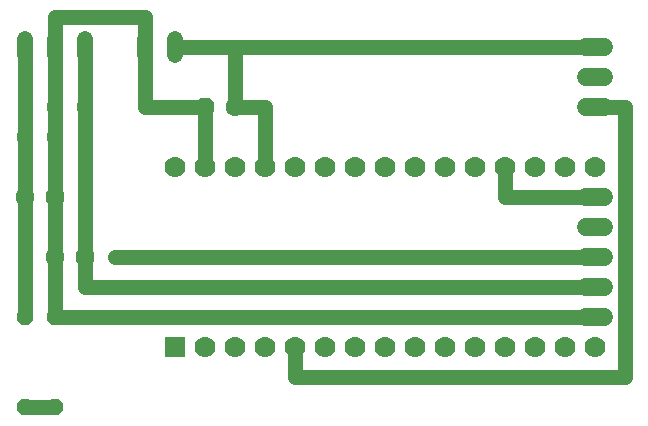
<source format=gbr>
G04 EAGLE Gerber RS-274X export*
G75*
%MOMM*%
%FSLAX34Y34*%
%LPD*%
%INTop Copper*%
%IPPOS*%
%AMOC8*
5,1,8,0,0,1.08239X$1,22.5*%
G01*
%ADD10C,1.320800*%
%ADD11P,1.732040X8X202.500000*%
%ADD12C,1.600200*%
%ADD13P,1.732040X8X22.500000*%
%ADD14P,1.429621X8X22.500000*%
%ADD15P,1.429621X8X292.500000*%
%ADD16R,1.778000X1.778000*%
%ADD17C,1.778000*%
%ADD18C,1.524000*%
%ADD19C,1.270000*%
%ADD20C,1.206400*%


D10*
X228600Y413070D02*
X228600Y399862D01*
X203200Y399862D02*
X203200Y413070D01*
X152400Y413070D02*
X152400Y399862D01*
X127000Y399862D02*
X127000Y413070D01*
X101600Y413070D02*
X101600Y399862D01*
D11*
X254000Y355534D03*
D12*
X279400Y355534D03*
D13*
X127000Y279466D03*
D12*
X101600Y279466D03*
D13*
X152400Y228534D03*
D12*
X127000Y228534D03*
D14*
X101666Y330200D03*
X127066Y330200D03*
X126934Y355600D03*
X152334Y355600D03*
D15*
X101666Y177800D03*
X101666Y101600D03*
X127000Y177734D03*
X127000Y101534D03*
D16*
X228600Y152400D03*
D17*
X254000Y152400D03*
X279400Y152400D03*
X304800Y152400D03*
X330200Y152400D03*
X355600Y152400D03*
X381000Y152400D03*
X406400Y152400D03*
X431800Y152400D03*
X457200Y152400D03*
X482600Y152400D03*
X508000Y152400D03*
X533400Y152400D03*
X558800Y152400D03*
X584200Y152400D03*
X228600Y304800D03*
X254000Y304800D03*
X279400Y304800D03*
X304800Y304800D03*
X330200Y304800D03*
X355600Y304800D03*
X381000Y304800D03*
X406400Y304800D03*
X431800Y304800D03*
X457200Y304800D03*
X482600Y304800D03*
X508000Y304800D03*
X533400Y304800D03*
X558800Y304800D03*
X584200Y304800D03*
D18*
X576580Y279400D02*
X591820Y279400D01*
X591820Y254000D02*
X576580Y254000D01*
X576580Y228600D02*
X591820Y228600D01*
X591820Y203200D02*
X576580Y203200D01*
X576580Y177800D02*
X591820Y177800D01*
X591820Y406400D02*
X576580Y406400D01*
X576580Y381000D02*
X591820Y381000D01*
X591820Y355600D02*
X576580Y355600D01*
D19*
X101666Y279400D02*
X101600Y279466D01*
X101666Y279400D02*
X101666Y177800D01*
X101666Y406400D02*
X101600Y406466D01*
X101666Y406400D02*
X101666Y330200D01*
X101666Y279400D01*
D20*
X177800Y228600D03*
D19*
X584200Y228600D01*
X203200Y406466D02*
X203200Y431800D01*
X127000Y431800D02*
X127000Y406466D01*
X254000Y355534D02*
X254000Y304800D01*
X254000Y355534D02*
X203266Y355534D01*
X203200Y431800D02*
X127000Y431800D01*
X127000Y406466D02*
X127000Y355600D01*
X126934Y355600D01*
X127000Y330266D02*
X127066Y330200D01*
X127000Y330266D02*
X127000Y355600D01*
X127000Y177734D02*
X584134Y177734D01*
X584200Y177800D01*
X203266Y355534D02*
X203200Y355600D01*
X203200Y406466D01*
X127066Y330200D02*
X127000Y330134D01*
X127000Y279466D01*
X127000Y228534D01*
X127000Y177734D01*
X152400Y203200D02*
X152400Y228534D01*
X152400Y203200D02*
X584200Y203200D01*
X152400Y355666D02*
X152400Y406466D01*
X152400Y355666D02*
X152334Y355600D01*
X152400Y355534D01*
X152400Y228534D01*
X304800Y304800D02*
X304800Y355600D01*
X279466Y355600D01*
X279400Y355534D01*
X279400Y406400D01*
X279334Y406466D01*
X228600Y406466D01*
X279400Y406400D02*
X584200Y406400D01*
X126934Y101600D02*
X101666Y101600D01*
X126934Y101600D02*
X127000Y101534D01*
X508000Y279400D02*
X584200Y279400D01*
X508000Y279400D02*
X508000Y304800D01*
X584200Y355600D02*
X609600Y355600D01*
X609600Y287033D01*
X609790Y286843D01*
X609790Y170357D02*
X609600Y170167D01*
X609600Y127000D01*
X609790Y170357D02*
X609790Y286843D01*
X609600Y127000D02*
X330200Y127000D01*
X330200Y152400D01*
M02*

</source>
